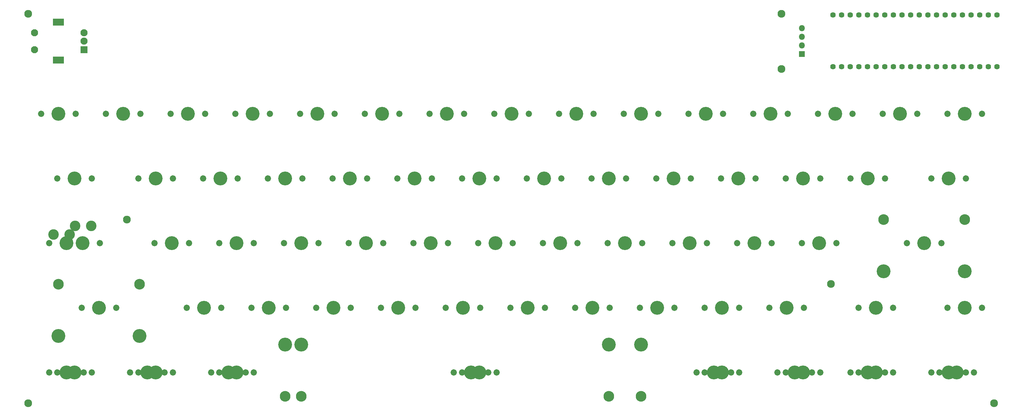
<source format=gbr>
%TF.GenerationSoftware,KiCad,Pcbnew,(5.1.6)-1*%
%TF.CreationDate,2020-08-20T20:48:22+07:00*%
%TF.ProjectId,Pill60,50696c6c-3630-42e6-9b69-6361645f7063,rev?*%
%TF.SameCoordinates,Original*%
%TF.FileFunction,Soldermask,Top*%
%TF.FilePolarity,Negative*%
%FSLAX46Y46*%
G04 Gerber Fmt 4.6, Leading zero omitted, Abs format (unit mm)*
G04 Created by KiCad (PCBNEW (5.1.6)-1) date 2020-08-20 20:48:22*
%MOMM*%
%LPD*%
G01*
G04 APERTURE LIST*
%ADD10C,2.100000*%
%ADD11R,3.300000X2.100000*%
%ADD12R,2.100000X2.100000*%
%ADD13O,1.800000X1.800000*%
%ADD14R,1.800000X1.800000*%
%ADD15C,2.300000*%
%ADD16C,1.624000*%
%ADD17C,1.850000*%
%ADD18C,4.087800*%
%ADD19C,3.148000*%
%ADD20C,3.100000*%
G04 APERTURE END LIST*
D10*
%TO.C,SW1*%
X59675000Y-71318750D03*
X59675000Y-76318750D03*
D11*
X66675000Y-68218750D03*
X66675000Y-79418750D03*
D10*
X74175000Y-71318750D03*
X74175000Y-73818750D03*
D12*
X74175000Y-76318750D03*
%TD*%
D13*
%TO.C,J1*%
X285440000Y-70030000D03*
X285440000Y-72570000D03*
X285440000Y-75110000D03*
D14*
X285440000Y-77650000D03*
%TD*%
D15*
%TO.C,H7*%
X86860000Y-126380000D03*
%TD*%
%TO.C,H6*%
X279410000Y-82000000D03*
%TD*%
%TO.C,H5*%
X293960000Y-145370000D03*
%TD*%
%TO.C,H4*%
X279440000Y-65740000D03*
%TD*%
%TO.C,H3*%
X57810000Y-180480000D03*
%TD*%
%TO.C,H2*%
X342020000Y-180460000D03*
%TD*%
%TO.C,H1*%
X57820000Y-65760000D03*
%TD*%
D16*
%TO.C,U1*%
X342880000Y-81350000D03*
X330180000Y-81350000D03*
X312400000Y-81350000D03*
X302240000Y-81350000D03*
X340340000Y-81350000D03*
X317480000Y-81350000D03*
X335260000Y-81350000D03*
X332720000Y-81350000D03*
X337800000Y-81350000D03*
X314940000Y-81350000D03*
X320020000Y-81350000D03*
X307320000Y-81350000D03*
X327640000Y-81350000D03*
X299700000Y-81350000D03*
X304780000Y-81350000D03*
X309860000Y-81350000D03*
X297160000Y-81350000D03*
X322560000Y-81350000D03*
X294620000Y-81350000D03*
X325100000Y-81350000D03*
X342880000Y-66110000D03*
X340340000Y-66110000D03*
X337800000Y-66110000D03*
X335260000Y-66110000D03*
X332720000Y-66110000D03*
X325100000Y-66110000D03*
X330180000Y-66110000D03*
X327640000Y-66110000D03*
X322560000Y-66110000D03*
X320020000Y-66110000D03*
X317480000Y-66110000D03*
X312400000Y-66110000D03*
X314940000Y-66110000D03*
X309860000Y-66110000D03*
X307320000Y-66110000D03*
X299700000Y-66110000D03*
X304780000Y-66110000D03*
X302240000Y-66110000D03*
X297160000Y-66110000D03*
X294620000Y-66110000D03*
%TD*%
D17*
%TO.C,15MXRCTRL2*%
X323532500Y-171450000D03*
D18*
X328612500Y-171450000D03*
D17*
X333692500Y-171450000D03*
%TD*%
%TO.C,6MXSPC1*%
X185420000Y-171450000D03*
X195580000Y-171450000D03*
D18*
X190500000Y-171450000D03*
D19*
X133350000Y-178435000D03*
X228600000Y-178435000D03*
D18*
X133350000Y-163195000D03*
X228600000Y-163195000D03*
%TD*%
D17*
%TO.C,MXZ1*%
X114617500Y-152400000D03*
X104457500Y-152400000D03*
D18*
X109537500Y-152400000D03*
%TD*%
D17*
%TO.C,MXY1*%
X195580000Y-114300000D03*
X185420000Y-114300000D03*
D18*
X190500000Y-114300000D03*
%TD*%
D17*
%TO.C,MXX1*%
X133667500Y-152400000D03*
X123507500Y-152400000D03*
D18*
X128587500Y-152400000D03*
%TD*%
D17*
%TO.C,MXW1*%
X119380000Y-114300000D03*
X109220000Y-114300000D03*
D18*
X114300000Y-114300000D03*
%TD*%
D17*
%TO.C,MXV1*%
X171767500Y-152400000D03*
X161607500Y-152400000D03*
D18*
X166687500Y-152400000D03*
%TD*%
D17*
%TO.C,MXU1*%
X214630000Y-114300000D03*
X204470000Y-114300000D03*
D18*
X209550000Y-114300000D03*
%TD*%
D17*
%TO.C,MXT1*%
X176530000Y-114300000D03*
X166370000Y-114300000D03*
D18*
X171450000Y-114300000D03*
%TD*%
D17*
%TO.C,MXSLSH1*%
X286067500Y-152400000D03*
X275907500Y-152400000D03*
D18*
X280987500Y-152400000D03*
%TD*%
D17*
%TO.C,MXS1*%
X124142500Y-133350000D03*
X113982500Y-133350000D03*
D18*
X119062500Y-133350000D03*
%TD*%
D17*
%TO.C,MXRNGL1*%
X267017500Y-152400000D03*
X256857500Y-152400000D03*
D18*
X261937500Y-152400000D03*
%TD*%
D17*
%TO.C,MXRMN1*%
X309880000Y-171450000D03*
X299720000Y-171450000D03*
D18*
X304800000Y-171450000D03*
%TD*%
D17*
%TO.C,MXRGUI1*%
X290830000Y-171450000D03*
X280670000Y-171450000D03*
D18*
X285750000Y-171450000D03*
%TD*%
D17*
%TO.C,MXRBRAC1*%
X309880000Y-114300000D03*
X299720000Y-114300000D03*
D18*
X304800000Y-114300000D03*
%TD*%
D17*
%TO.C,MXR1*%
X157480000Y-114300000D03*
X147320000Y-114300000D03*
D18*
X152400000Y-114300000D03*
%TD*%
D17*
%TO.C,MXQUOT1*%
X295592500Y-133350000D03*
X285432500Y-133350000D03*
D18*
X290512500Y-133350000D03*
%TD*%
D17*
%TO.C,MXQ1*%
X100330000Y-114300000D03*
X90170000Y-114300000D03*
D18*
X95250000Y-114300000D03*
%TD*%
D17*
%TO.C,MXP1*%
X271780000Y-114300000D03*
X261620000Y-114300000D03*
D18*
X266700000Y-114300000D03*
%TD*%
D17*
%TO.C,MXO1*%
X252730000Y-114300000D03*
X242570000Y-114300000D03*
D18*
X247650000Y-114300000D03*
%TD*%
D17*
%TO.C,MXN1*%
X209867500Y-152400000D03*
X199707500Y-152400000D03*
D18*
X204787500Y-152400000D03*
%TD*%
D17*
%TO.C,MXM1*%
X228917500Y-152400000D03*
X218757500Y-152400000D03*
D18*
X223837500Y-152400000D03*
%TD*%
D17*
%TO.C,MXLNGL1*%
X247967500Y-152400000D03*
X237807500Y-152400000D03*
D18*
X242887500Y-152400000D03*
%TD*%
D17*
%TO.C,MXLGUI1*%
X100330000Y-171450000D03*
X90170000Y-171450000D03*
D18*
X95250000Y-171450000D03*
%TD*%
D17*
%TO.C,MXLBRAC1*%
X290830000Y-114300000D03*
X280670000Y-114300000D03*
D18*
X285750000Y-114300000D03*
%TD*%
D17*
%TO.C,MXL1*%
X257492500Y-133350000D03*
X247332500Y-133350000D03*
D18*
X252412500Y-133350000D03*
%TD*%
D17*
%TO.C,MXK1*%
X238442500Y-133350000D03*
X228282500Y-133350000D03*
D18*
X233362500Y-133350000D03*
%TD*%
D17*
%TO.C,MXJ1*%
X219392500Y-133350000D03*
X209232500Y-133350000D03*
D18*
X214312500Y-133350000D03*
%TD*%
D17*
%TO.C,MXI1*%
X233680000Y-114300000D03*
X223520000Y-114300000D03*
D18*
X228600000Y-114300000D03*
%TD*%
D17*
%TO.C,MXH1*%
X200342500Y-133350000D03*
X190182500Y-133350000D03*
D18*
X195262500Y-133350000D03*
%TD*%
D17*
%TO.C,MXG1*%
X181292500Y-133350000D03*
X171132500Y-133350000D03*
D18*
X176212500Y-133350000D03*
%TD*%
D17*
%TO.C,MXFN1*%
X338455000Y-152400000D03*
X328295000Y-152400000D03*
D18*
X333375000Y-152400000D03*
%TD*%
D17*
%TO.C,MXF1*%
X162242500Y-133350000D03*
X152082500Y-133350000D03*
D18*
X157162500Y-133350000D03*
%TD*%
D17*
%TO.C,MXESC1*%
X71755000Y-95250000D03*
X61595000Y-95250000D03*
D18*
X66675000Y-95250000D03*
%TD*%
D17*
%TO.C,MXEQL1*%
X300355000Y-95250000D03*
X290195000Y-95250000D03*
D18*
X295275000Y-95250000D03*
%TD*%
D17*
%TO.C,MXE1*%
X138430000Y-114300000D03*
X128270000Y-114300000D03*
D18*
X133350000Y-114300000D03*
%TD*%
D17*
%TO.C,MXDSH1*%
X281305000Y-95250000D03*
X271145000Y-95250000D03*
D18*
X276225000Y-95250000D03*
%TD*%
D17*
%TO.C,MXDEL1*%
X338455000Y-95250000D03*
X328295000Y-95250000D03*
D18*
X333375000Y-95250000D03*
%TD*%
D17*
%TO.C,MXD1*%
X143192500Y-133350000D03*
X133032500Y-133350000D03*
D18*
X138112500Y-133350000D03*
%TD*%
D17*
%TO.C,MXCLN1*%
X276542500Y-133350000D03*
X266382500Y-133350000D03*
D18*
X271462500Y-133350000D03*
%TD*%
D17*
%TO.C,MXC1*%
X152717500Y-152400000D03*
X142557500Y-152400000D03*
D18*
X147637500Y-152400000D03*
%TD*%
D17*
%TO.C,MXBSPC1*%
X319405000Y-95250000D03*
X309245000Y-95250000D03*
D18*
X314325000Y-95250000D03*
%TD*%
D17*
%TO.C,MXB1*%
X190817500Y-152400000D03*
X180657500Y-152400000D03*
D18*
X185737500Y-152400000D03*
%TD*%
D17*
%TO.C,MXA1*%
X105092500Y-133350000D03*
X94932500Y-133350000D03*
D18*
X100012500Y-133350000D03*
%TD*%
D17*
%TO.C,MX9*%
X243205000Y-95250000D03*
X233045000Y-95250000D03*
D18*
X238125000Y-95250000D03*
%TD*%
D17*
%TO.C,MX8*%
X224155000Y-95250000D03*
X213995000Y-95250000D03*
D18*
X219075000Y-95250000D03*
%TD*%
D17*
%TO.C,MX7*%
X205105000Y-95250000D03*
X194945000Y-95250000D03*
D18*
X200025000Y-95250000D03*
%TD*%
D17*
%TO.C,MX6*%
X186055000Y-95250000D03*
X175895000Y-95250000D03*
D18*
X180975000Y-95250000D03*
%TD*%
D17*
%TO.C,MX5*%
X167005000Y-95250000D03*
X156845000Y-95250000D03*
D18*
X161925000Y-95250000D03*
%TD*%
D17*
%TO.C,MX4*%
X147955000Y-95250000D03*
X137795000Y-95250000D03*
D18*
X142875000Y-95250000D03*
%TD*%
D17*
%TO.C,MX3*%
X128905000Y-95250000D03*
X118745000Y-95250000D03*
D18*
X123825000Y-95250000D03*
%TD*%
D17*
%TO.C,MX2*%
X109855000Y-95250000D03*
X99695000Y-95250000D03*
D18*
X104775000Y-95250000D03*
%TD*%
D17*
%TO.C,MX1*%
X90805000Y-95250000D03*
X80645000Y-95250000D03*
D18*
X85725000Y-95250000D03*
%TD*%
D17*
%TO.C,MX0*%
X262255000Y-95250000D03*
X252095000Y-95250000D03*
D18*
X257175000Y-95250000D03*
%TD*%
D17*
%TO.C,6.25MXSPC1*%
X183038750Y-171450000D03*
D18*
X188118750Y-171450000D03*
D17*
X193198750Y-171450000D03*
D18*
X138118850Y-163195000D03*
X238118650Y-163195000D03*
D19*
X138118850Y-178435000D03*
X238118650Y-178435000D03*
%TD*%
D17*
%TO.C,225MXLSFT1*%
X73501250Y-152400000D03*
D18*
X78581250Y-152400000D03*
D17*
X83661250Y-152400000D03*
D18*
X66643250Y-160655000D03*
X90519250Y-160655000D03*
D19*
X66643250Y-145415000D03*
X90519250Y-145415000D03*
%TD*%
D17*
%TO.C,225MXENT1*%
X316388750Y-133350000D03*
D18*
X321468750Y-133350000D03*
D17*
X326548750Y-133350000D03*
D18*
X309530750Y-141605000D03*
X333406750Y-141605000D03*
D19*
X309530750Y-126365000D03*
X333406750Y-126365000D03*
%TD*%
D17*
%TO.C,175MXSTCPS1*%
X74136250Y-133350000D03*
X63976250Y-133350000D03*
D20*
X65246250Y-130810000D03*
D18*
X69056250Y-133350000D03*
D20*
X71596250Y-128270000D03*
%TD*%
D17*
%TO.C,175MXRSFT1*%
X302101250Y-152400000D03*
D18*
X307181250Y-152400000D03*
D17*
X312261250Y-152400000D03*
%TD*%
%TO.C,175MXCPS1*%
X78898750Y-133350000D03*
X68738750Y-133350000D03*
D20*
X70008750Y-130810000D03*
D18*
X73818750Y-133350000D03*
D20*
X76358750Y-128270000D03*
%TD*%
D17*
%TO.C,15MXTab1*%
X66357500Y-114300000D03*
D18*
X71437500Y-114300000D03*
D17*
X76517500Y-114300000D03*
%TD*%
%TO.C,15MXLCTRL1*%
X66357500Y-171450000D03*
D18*
X71437500Y-171450000D03*
D17*
X76517500Y-171450000D03*
%TD*%
%TO.C,15MXRALT2*%
X256857500Y-171450000D03*
D18*
X261937500Y-171450000D03*
D17*
X267017500Y-171450000D03*
%TD*%
%TO.C,15MXLALT1*%
X113982500Y-171450000D03*
D18*
X119062500Y-171450000D03*
D17*
X124142500Y-171450000D03*
%TD*%
%TO.C,15MXBSLSH1*%
X323532500Y-114300000D03*
D18*
X328612500Y-114300000D03*
D17*
X333692500Y-114300000D03*
%TD*%
%TO.C,125MXRMENU1*%
X302101250Y-171450000D03*
D18*
X307181250Y-171450000D03*
D17*
X312261250Y-171450000D03*
%TD*%
%TO.C,125MXRGUI1*%
X278288750Y-171450000D03*
D18*
X283368750Y-171450000D03*
D17*
X288448750Y-171450000D03*
%TD*%
%TO.C,125MXRCTRL1*%
X325913750Y-171450000D03*
D18*
X330993750Y-171450000D03*
D17*
X336073750Y-171450000D03*
%TD*%
%TO.C,125MXRATL1*%
X254476250Y-171450000D03*
D18*
X259556250Y-171450000D03*
D17*
X264636250Y-171450000D03*
%TD*%
%TO.C,125MXLGUI1*%
X87788750Y-171450000D03*
D18*
X92868750Y-171450000D03*
D17*
X97948750Y-171450000D03*
%TD*%
%TO.C,125MXLCTRL1*%
X63976250Y-171450000D03*
D18*
X69056250Y-171450000D03*
D17*
X74136250Y-171450000D03*
%TD*%
%TO.C,125MXLALT1*%
X111601250Y-171450000D03*
D18*
X116681250Y-171450000D03*
D17*
X121761250Y-171450000D03*
%TD*%
M02*

</source>
